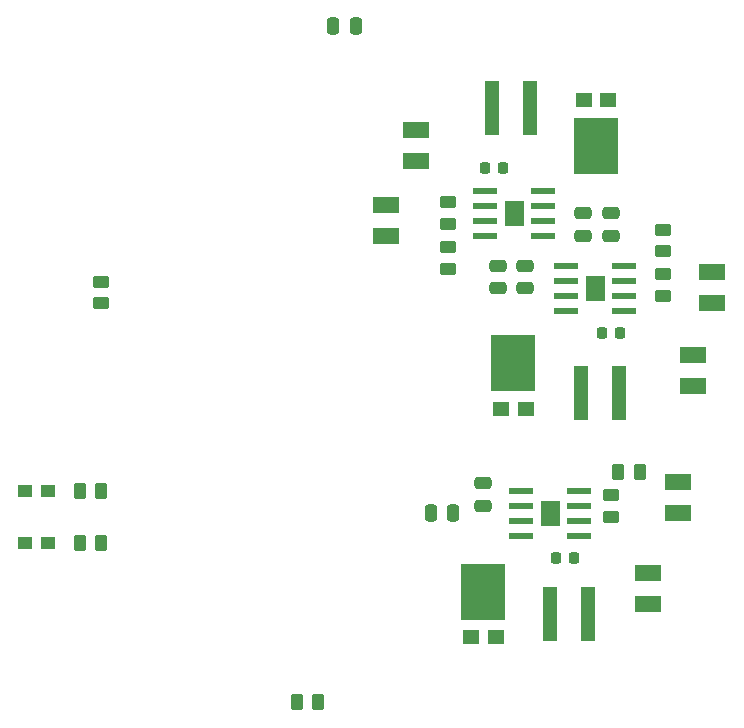
<source format=gbr>
%TF.GenerationSoftware,KiCad,Pcbnew,9.0.2*%
%TF.CreationDate,2025-07-18T09:27:23+08:00*%
%TF.ProjectId,Pathfinder,50617468-6669-46e6-9465-722e6b696361,rev?*%
%TF.SameCoordinates,Original*%
%TF.FileFunction,Paste,Top*%
%TF.FilePolarity,Positive*%
%FSLAX46Y46*%
G04 Gerber Fmt 4.6, Leading zero omitted, Abs format (unit mm)*
G04 Created by KiCad (PCBNEW 9.0.2) date 2025-07-18 09:27:23*
%MOMM*%
%LPD*%
G01*
G04 APERTURE LIST*
G04 Aperture macros list*
%AMRoundRect*
0 Rectangle with rounded corners*
0 $1 Rounding radius*
0 $2 $3 $4 $5 $6 $7 $8 $9 X,Y pos of 4 corners*
0 Add a 4 corners polygon primitive as box body*
4,1,4,$2,$3,$4,$5,$6,$7,$8,$9,$2,$3,0*
0 Add four circle primitives for the rounded corners*
1,1,$1+$1,$2,$3*
1,1,$1+$1,$4,$5*
1,1,$1+$1,$6,$7*
1,1,$1+$1,$8,$9*
0 Add four rect primitives between the rounded corners*
20,1,$1+$1,$2,$3,$4,$5,0*
20,1,$1+$1,$4,$5,$6,$7,0*
20,1,$1+$1,$6,$7,$8,$9,0*
20,1,$1+$1,$8,$9,$2,$3,0*%
G04 Aperture macros list end*
%ADD10C,0.010000*%
%ADD11RoundRect,0.250000X0.475000X-0.250000X0.475000X0.250000X-0.475000X0.250000X-0.475000X-0.250000X0*%
%ADD12RoundRect,0.250000X-0.475000X0.250000X-0.475000X-0.250000X0.475000X-0.250000X0.475000X0.250000X0*%
%ADD13RoundRect,0.250000X0.262500X0.450000X-0.262500X0.450000X-0.262500X-0.450000X0.262500X-0.450000X0*%
%ADD14R,1.200000X1.000000*%
%ADD15RoundRect,0.250000X-0.262500X-0.450000X0.262500X-0.450000X0.262500X0.450000X-0.262500X0.450000X0*%
%ADD16R,1.422500X1.290500*%
%ADD17R,3.800000X4.800000*%
%ADD18RoundRect,0.072500X0.912500X0.217500X-0.912500X0.217500X-0.912500X-0.217500X0.912500X-0.217500X0*%
%ADD19R,2.311400X1.395952*%
%ADD20RoundRect,0.250000X0.450000X-0.262500X0.450000X0.262500X-0.450000X0.262500X-0.450000X-0.262500X0*%
%ADD21RoundRect,0.250000X-0.450000X0.262500X-0.450000X-0.262500X0.450000X-0.262500X0.450000X0.262500X0*%
%ADD22R,1.295400X4.597400*%
%ADD23RoundRect,0.250000X-0.250000X-0.475000X0.250000X-0.475000X0.250000X0.475000X-0.250000X0.475000X0*%
%ADD24RoundRect,0.225000X0.225000X0.250000X-0.225000X0.250000X-0.225000X-0.250000X0.225000X-0.250000X0*%
%ADD25RoundRect,0.250000X0.250000X0.475000X-0.250000X0.475000X-0.250000X-0.475000X0.250000X-0.475000X0*%
%ADD26RoundRect,0.225000X-0.225000X-0.250000X0.225000X-0.250000X0.225000X0.250000X-0.225000X0.250000X0*%
%ADD27RoundRect,0.072500X-0.912500X-0.217500X0.912500X-0.217500X0.912500X0.217500X-0.912500X0.217500X0*%
G04 APERTURE END LIST*
D10*
%TO.C,BuckConverterB1*%
X156265000Y-100730000D02*
X154745000Y-100730000D01*
X154745000Y-98650000D01*
X156265000Y-98650000D01*
X156265000Y-100730000D01*
G36*
X156265000Y-100730000D02*
G01*
X154745000Y-100730000D01*
X154745000Y-98650000D01*
X156265000Y-98650000D01*
X156265000Y-100730000D01*
G37*
%TO.C,BuckConverterC1*%
X152455000Y-119785000D02*
X150935000Y-119785000D01*
X150935000Y-117705000D01*
X152455000Y-117705000D01*
X152455000Y-119785000D01*
G36*
X152455000Y-119785000D02*
G01*
X150935000Y-119785000D01*
X150935000Y-117705000D01*
X152455000Y-117705000D01*
X152455000Y-119785000D01*
G37*
%TO.C,BuckConverterA1*%
X149420000Y-94385000D02*
X147900000Y-94385000D01*
X147900000Y-92305000D01*
X149420000Y-92305000D01*
X149420000Y-94385000D01*
G36*
X149420000Y-94385000D02*
G01*
X147900000Y-94385000D01*
X147900000Y-92305000D01*
X149420000Y-92305000D01*
X149420000Y-94385000D01*
G37*
%TD*%
D11*
%TO.C,C7*%
X149557301Y-97790000D03*
X149557301Y-99690000D03*
%TD*%
%TO.C,C8*%
X147320000Y-97795000D03*
X147320000Y-99695000D03*
%TD*%
D12*
%TO.C,C5*%
X154445000Y-93345000D03*
X154445000Y-95245000D03*
%TD*%
D13*
%TO.C,R7*%
X132080000Y-134770000D03*
X130255000Y-134770000D03*
%TD*%
D14*
%TO.C,D5*%
X107220000Y-121285000D03*
X109220000Y-121285000D03*
%TD*%
D15*
%TO.C,R9*%
X111887500Y-116840000D03*
X113712500Y-116840000D03*
%TD*%
D16*
%TO.C,D7*%
X147540000Y-109911000D03*
D17*
X148590000Y-106045000D03*
D16*
X149640000Y-109911000D03*
%TD*%
D18*
%TO.C,BuckConverterB1*%
X157975000Y-101595000D03*
X157975000Y-100325000D03*
X157975000Y-99055000D03*
X157975000Y-97785000D03*
X153035000Y-97785000D03*
X153035000Y-99055000D03*
X153035000Y-100325000D03*
X153035000Y-101595000D03*
%TD*%
D19*
%TO.C,C2*%
X137795000Y-92671376D03*
X137795000Y-95288624D03*
%TD*%
%TO.C,C3*%
X140335000Y-88938624D03*
X140335000Y-86321376D03*
%TD*%
D14*
%TO.C,D4*%
X107220000Y-116840000D03*
X109220000Y-116840000D03*
%TD*%
D20*
%TO.C,R5*%
X156845000Y-119060000D03*
X156845000Y-117235000D03*
%TD*%
D19*
%TO.C,C9*%
X163830000Y-105332752D03*
X163830000Y-107950000D03*
%TD*%
D21*
%TO.C,R1*%
X143015000Y-92432500D03*
X143015000Y-94257500D03*
%TD*%
D15*
%TO.C,R6*%
X157480000Y-115250000D03*
X159305000Y-115250000D03*
%TD*%
D20*
%TO.C,R4*%
X161290000Y-96595000D03*
X161290000Y-94770000D03*
%TD*%
D22*
%TO.C,L3*%
X151665398Y-127320000D03*
X154870000Y-127320000D03*
%TD*%
D19*
%TO.C,C15*%
X160020000Y-123825000D03*
X160020000Y-126442248D03*
%TD*%
D22*
%TO.C,L1*%
X150000000Y-84455000D03*
X146795398Y-84455000D03*
%TD*%
D11*
%TO.C,C13*%
X146050000Y-118105000D03*
X146050000Y-116205000D03*
%TD*%
D19*
%TO.C,C10*%
X165432301Y-100965000D03*
X165432301Y-98347752D03*
%TD*%
D18*
%TO.C,BuckConverterC1*%
X154165000Y-120650000D03*
X154165000Y-119380000D03*
X154165000Y-118110000D03*
X154165000Y-116840000D03*
X149225000Y-116840000D03*
X149225000Y-118110000D03*
X149225000Y-119380000D03*
X149225000Y-120650000D03*
%TD*%
D23*
%TO.C,C16*%
X133350000Y-77470000D03*
X135250000Y-77470000D03*
%TD*%
D21*
%TO.C,R8*%
X113665000Y-99140000D03*
X113665000Y-100965000D03*
%TD*%
D19*
%TO.C,C14*%
X162560000Y-118745000D03*
X162560000Y-116127752D03*
%TD*%
D24*
%TO.C,C11*%
X153740000Y-122555000D03*
X152190000Y-122555000D03*
%TD*%
%TO.C,C6*%
X157620000Y-103500000D03*
X156070000Y-103500000D03*
%TD*%
D12*
%TO.C,C4*%
X156845000Y-93345000D03*
X156845000Y-95245000D03*
%TD*%
D22*
%TO.C,L2*%
X154305000Y-108580000D03*
X157509602Y-108580000D03*
%TD*%
D25*
%TO.C,C12*%
X143510000Y-118745000D03*
X141610000Y-118745000D03*
%TD*%
D16*
%TO.C,D1*%
X156625000Y-83764000D03*
D17*
X155575000Y-87630000D03*
D16*
X154525000Y-83764000D03*
%TD*%
D20*
%TO.C,R3*%
X161290000Y-100325000D03*
X161290000Y-98500000D03*
%TD*%
D16*
%TO.C,D3*%
X145000000Y-129276000D03*
D17*
X146050000Y-125410000D03*
D16*
X147100000Y-129276000D03*
%TD*%
D15*
%TO.C,R10*%
X111887500Y-121285000D03*
X113712500Y-121285000D03*
%TD*%
D21*
%TO.C,R2*%
X143015000Y-96242500D03*
X143015000Y-98067500D03*
%TD*%
D26*
%TO.C,C1*%
X146190000Y-89535000D03*
X147740000Y-89535000D03*
%TD*%
D27*
%TO.C,BuckConverterA1*%
X146190000Y-91440000D03*
X146190000Y-92710000D03*
X146190000Y-93980000D03*
X146190000Y-95250000D03*
X151130000Y-95250000D03*
X151130000Y-93980000D03*
X151130000Y-92710000D03*
X151130000Y-91440000D03*
%TD*%
M02*

</source>
